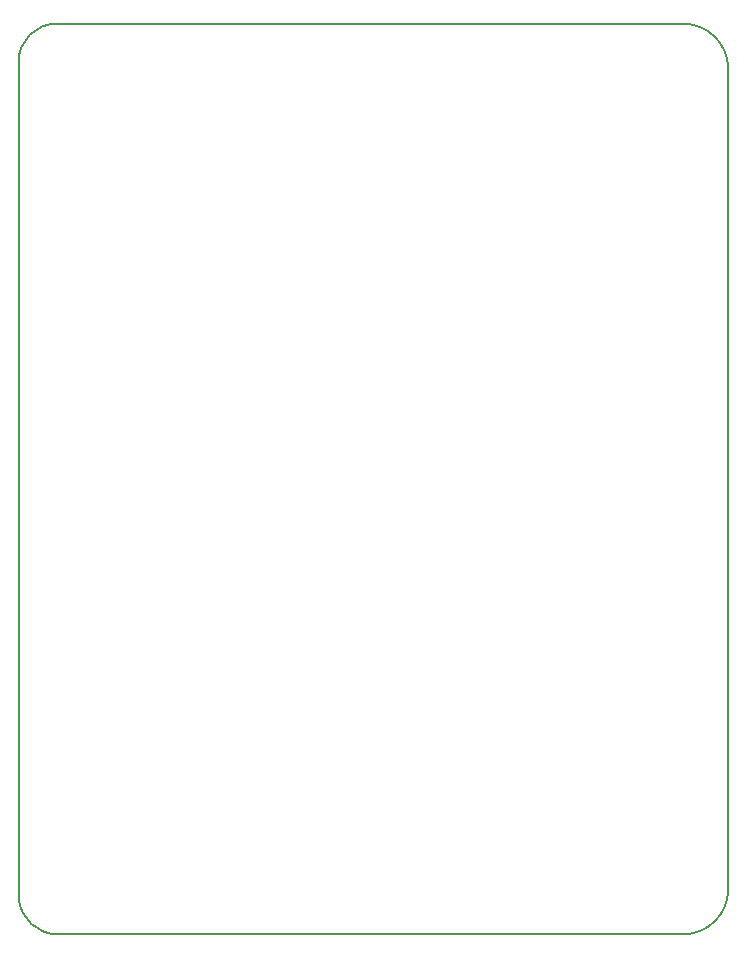
<source format=gbr>
G04 #@! TF.FileFunction,Profile,NP*
%FSLAX46Y46*%
G04 Gerber Fmt 4.6, Leading zero omitted, Abs format (unit mm)*
G04 Created by KiCad (PCBNEW 4.0.6) date Sunday, 24 September 2017 'AMt' 11:09:54*
%MOMM*%
%LPD*%
G01*
G04 APERTURE LIST*
%ADD10C,0.100000*%
%ADD11C,0.150000*%
G04 APERTURE END LIST*
D10*
D11*
X183515000Y-104394000D02*
X130683000Y-104394000D01*
X187325000Y-30988000D02*
X187325000Y-100584000D01*
X127254000Y-30480000D02*
X127254000Y-101219000D01*
X183388000Y-27305000D02*
X130429000Y-27305000D01*
X130429000Y-27305000D02*
G75*
G03X127254000Y-30480000I0J-3175000D01*
G01*
X187325000Y-30988000D02*
G75*
G03X183388000Y-27305000I-3810000J-127000D01*
G01*
X183515000Y-104394000D02*
G75*
G03X187325000Y-100584000I0J3810000D01*
G01*
X127254000Y-101219000D02*
G75*
G03X130683000Y-104394000I3302000J127000D01*
G01*
M02*

</source>
